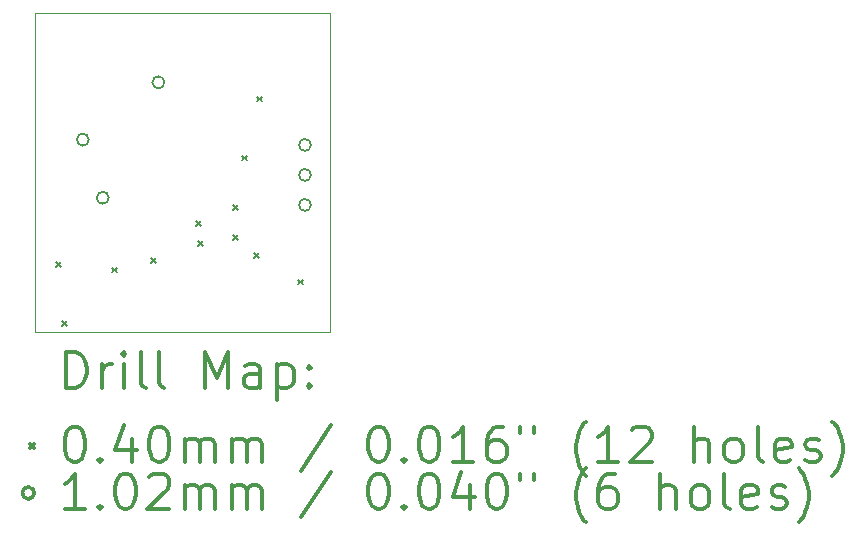
<source format=gbr>
%FSLAX45Y45*%
G04 Gerber Fmt 4.5, Leading zero omitted, Abs format (unit mm)*
G04 Created by KiCad (PCBNEW 4.0.4+e1-6308~48~ubuntu16.04.1-stable) date Thu Nov  3 23:15:24 2016*
%MOMM*%
%LPD*%
G01*
G04 APERTURE LIST*
%ADD10C,0.127000*%
%ADD11C,0.100000*%
%ADD12C,0.200000*%
%ADD13C,0.300000*%
G04 APERTURE END LIST*
D10*
D11*
X17150000Y-7300000D02*
X17150000Y-4600000D01*
X19650000Y-7300000D02*
X17150000Y-7300000D01*
X19650000Y-4600000D02*
X19650000Y-7300000D01*
X17150000Y-4600000D02*
X19650000Y-4600000D01*
D12*
X17330000Y-6705000D02*
X17370000Y-6745000D01*
X17370000Y-6705000D02*
X17330000Y-6745000D01*
X17380000Y-7205000D02*
X17420000Y-7245000D01*
X17420000Y-7205000D02*
X17380000Y-7245000D01*
X17805800Y-6753976D02*
X17845800Y-6793976D01*
X17845800Y-6753976D02*
X17805800Y-6793976D01*
X18135448Y-6670316D02*
X18175448Y-6710316D01*
X18175448Y-6670316D02*
X18135448Y-6710316D01*
X18517499Y-6357951D02*
X18557499Y-6397951D01*
X18557499Y-6357951D02*
X18517499Y-6397951D01*
X18530000Y-6530000D02*
X18570000Y-6570000D01*
X18570000Y-6530000D02*
X18530000Y-6570000D01*
X18830000Y-6222000D02*
X18870000Y-6262000D01*
X18870000Y-6222000D02*
X18830000Y-6262000D01*
X18830000Y-6476000D02*
X18870000Y-6516000D01*
X18870000Y-6476000D02*
X18830000Y-6516000D01*
X18905000Y-5805000D02*
X18945000Y-5845000D01*
X18945000Y-5805000D02*
X18905000Y-5845000D01*
X19005000Y-6630000D02*
X19045000Y-6670000D01*
X19045000Y-6630000D02*
X19005000Y-6670000D01*
X19030000Y-5305000D02*
X19070000Y-5345000D01*
X19070000Y-5305000D02*
X19030000Y-5345000D01*
X19380000Y-6855000D02*
X19420000Y-6895000D01*
X19420000Y-6855000D02*
X19380000Y-6895000D01*
X17605800Y-5670000D02*
G75*
G03X17605800Y-5670000I-50800J0D01*
G01*
X17774920Y-6162040D02*
G75*
G03X17774920Y-6162040I-50800J0D01*
G01*
X18245800Y-5185000D02*
G75*
G03X18245800Y-5185000I-50800J0D01*
G01*
X19486880Y-5715000D02*
G75*
G03X19486880Y-5715000I-50800J0D01*
G01*
X19486880Y-5969000D02*
G75*
G03X19486880Y-5969000I-50800J0D01*
G01*
X19486880Y-6223000D02*
G75*
G03X19486880Y-6223000I-50800J0D01*
G01*
D13*
X17416429Y-7770714D02*
X17416429Y-7470714D01*
X17487857Y-7470714D01*
X17530714Y-7485000D01*
X17559286Y-7513571D01*
X17573571Y-7542143D01*
X17587857Y-7599286D01*
X17587857Y-7642143D01*
X17573571Y-7699286D01*
X17559286Y-7727857D01*
X17530714Y-7756429D01*
X17487857Y-7770714D01*
X17416429Y-7770714D01*
X17716429Y-7770714D02*
X17716429Y-7570714D01*
X17716429Y-7627857D02*
X17730714Y-7599286D01*
X17745000Y-7585000D01*
X17773571Y-7570714D01*
X17802143Y-7570714D01*
X17902143Y-7770714D02*
X17902143Y-7570714D01*
X17902143Y-7470714D02*
X17887857Y-7485000D01*
X17902143Y-7499286D01*
X17916429Y-7485000D01*
X17902143Y-7470714D01*
X17902143Y-7499286D01*
X18087857Y-7770714D02*
X18059286Y-7756429D01*
X18045000Y-7727857D01*
X18045000Y-7470714D01*
X18245000Y-7770714D02*
X18216429Y-7756429D01*
X18202143Y-7727857D01*
X18202143Y-7470714D01*
X18587857Y-7770714D02*
X18587857Y-7470714D01*
X18687857Y-7685000D01*
X18787857Y-7470714D01*
X18787857Y-7770714D01*
X19059286Y-7770714D02*
X19059286Y-7613571D01*
X19045000Y-7585000D01*
X19016429Y-7570714D01*
X18959286Y-7570714D01*
X18930714Y-7585000D01*
X19059286Y-7756429D02*
X19030714Y-7770714D01*
X18959286Y-7770714D01*
X18930714Y-7756429D01*
X18916429Y-7727857D01*
X18916429Y-7699286D01*
X18930714Y-7670714D01*
X18959286Y-7656429D01*
X19030714Y-7656429D01*
X19059286Y-7642143D01*
X19202143Y-7570714D02*
X19202143Y-7870714D01*
X19202143Y-7585000D02*
X19230714Y-7570714D01*
X19287857Y-7570714D01*
X19316429Y-7585000D01*
X19330714Y-7599286D01*
X19345000Y-7627857D01*
X19345000Y-7713571D01*
X19330714Y-7742143D01*
X19316429Y-7756429D01*
X19287857Y-7770714D01*
X19230714Y-7770714D01*
X19202143Y-7756429D01*
X19473571Y-7742143D02*
X19487857Y-7756429D01*
X19473571Y-7770714D01*
X19459286Y-7756429D01*
X19473571Y-7742143D01*
X19473571Y-7770714D01*
X19473571Y-7585000D02*
X19487857Y-7599286D01*
X19473571Y-7613571D01*
X19459286Y-7599286D01*
X19473571Y-7585000D01*
X19473571Y-7613571D01*
X17105000Y-8245000D02*
X17145000Y-8285000D01*
X17145000Y-8245000D02*
X17105000Y-8285000D01*
X17473571Y-8100714D02*
X17502143Y-8100714D01*
X17530714Y-8115000D01*
X17545000Y-8129286D01*
X17559286Y-8157857D01*
X17573571Y-8215000D01*
X17573571Y-8286429D01*
X17559286Y-8343571D01*
X17545000Y-8372143D01*
X17530714Y-8386429D01*
X17502143Y-8400714D01*
X17473571Y-8400714D01*
X17445000Y-8386429D01*
X17430714Y-8372143D01*
X17416429Y-8343571D01*
X17402143Y-8286429D01*
X17402143Y-8215000D01*
X17416429Y-8157857D01*
X17430714Y-8129286D01*
X17445000Y-8115000D01*
X17473571Y-8100714D01*
X17702143Y-8372143D02*
X17716429Y-8386429D01*
X17702143Y-8400714D01*
X17687857Y-8386429D01*
X17702143Y-8372143D01*
X17702143Y-8400714D01*
X17973571Y-8200714D02*
X17973571Y-8400714D01*
X17902143Y-8086429D02*
X17830714Y-8300714D01*
X18016428Y-8300714D01*
X18187857Y-8100714D02*
X18216429Y-8100714D01*
X18245000Y-8115000D01*
X18259286Y-8129286D01*
X18273571Y-8157857D01*
X18287857Y-8215000D01*
X18287857Y-8286429D01*
X18273571Y-8343571D01*
X18259286Y-8372143D01*
X18245000Y-8386429D01*
X18216429Y-8400714D01*
X18187857Y-8400714D01*
X18159286Y-8386429D01*
X18145000Y-8372143D01*
X18130714Y-8343571D01*
X18116429Y-8286429D01*
X18116429Y-8215000D01*
X18130714Y-8157857D01*
X18145000Y-8129286D01*
X18159286Y-8115000D01*
X18187857Y-8100714D01*
X18416429Y-8400714D02*
X18416429Y-8200714D01*
X18416429Y-8229286D02*
X18430714Y-8215000D01*
X18459286Y-8200714D01*
X18502143Y-8200714D01*
X18530714Y-8215000D01*
X18545000Y-8243571D01*
X18545000Y-8400714D01*
X18545000Y-8243571D02*
X18559286Y-8215000D01*
X18587857Y-8200714D01*
X18630714Y-8200714D01*
X18659286Y-8215000D01*
X18673571Y-8243571D01*
X18673571Y-8400714D01*
X18816429Y-8400714D02*
X18816429Y-8200714D01*
X18816429Y-8229286D02*
X18830714Y-8215000D01*
X18859286Y-8200714D01*
X18902143Y-8200714D01*
X18930714Y-8215000D01*
X18945000Y-8243571D01*
X18945000Y-8400714D01*
X18945000Y-8243571D02*
X18959286Y-8215000D01*
X18987857Y-8200714D01*
X19030714Y-8200714D01*
X19059286Y-8215000D01*
X19073571Y-8243571D01*
X19073571Y-8400714D01*
X19659286Y-8086429D02*
X19402143Y-8472143D01*
X20045000Y-8100714D02*
X20073571Y-8100714D01*
X20102143Y-8115000D01*
X20116428Y-8129286D01*
X20130714Y-8157857D01*
X20145000Y-8215000D01*
X20145000Y-8286429D01*
X20130714Y-8343571D01*
X20116428Y-8372143D01*
X20102143Y-8386429D01*
X20073571Y-8400714D01*
X20045000Y-8400714D01*
X20016428Y-8386429D01*
X20002143Y-8372143D01*
X19987857Y-8343571D01*
X19973571Y-8286429D01*
X19973571Y-8215000D01*
X19987857Y-8157857D01*
X20002143Y-8129286D01*
X20016428Y-8115000D01*
X20045000Y-8100714D01*
X20273571Y-8372143D02*
X20287857Y-8386429D01*
X20273571Y-8400714D01*
X20259286Y-8386429D01*
X20273571Y-8372143D01*
X20273571Y-8400714D01*
X20473571Y-8100714D02*
X20502143Y-8100714D01*
X20530714Y-8115000D01*
X20545000Y-8129286D01*
X20559286Y-8157857D01*
X20573571Y-8215000D01*
X20573571Y-8286429D01*
X20559286Y-8343571D01*
X20545000Y-8372143D01*
X20530714Y-8386429D01*
X20502143Y-8400714D01*
X20473571Y-8400714D01*
X20445000Y-8386429D01*
X20430714Y-8372143D01*
X20416428Y-8343571D01*
X20402143Y-8286429D01*
X20402143Y-8215000D01*
X20416428Y-8157857D01*
X20430714Y-8129286D01*
X20445000Y-8115000D01*
X20473571Y-8100714D01*
X20859286Y-8400714D02*
X20687857Y-8400714D01*
X20773571Y-8400714D02*
X20773571Y-8100714D01*
X20745000Y-8143571D01*
X20716428Y-8172143D01*
X20687857Y-8186429D01*
X21116428Y-8100714D02*
X21059286Y-8100714D01*
X21030714Y-8115000D01*
X21016428Y-8129286D01*
X20987857Y-8172143D01*
X20973571Y-8229286D01*
X20973571Y-8343571D01*
X20987857Y-8372143D01*
X21002143Y-8386429D01*
X21030714Y-8400714D01*
X21087857Y-8400714D01*
X21116428Y-8386429D01*
X21130714Y-8372143D01*
X21145000Y-8343571D01*
X21145000Y-8272143D01*
X21130714Y-8243571D01*
X21116428Y-8229286D01*
X21087857Y-8215000D01*
X21030714Y-8215000D01*
X21002143Y-8229286D01*
X20987857Y-8243571D01*
X20973571Y-8272143D01*
X21259286Y-8100714D02*
X21259286Y-8157857D01*
X21373571Y-8100714D02*
X21373571Y-8157857D01*
X21816428Y-8515000D02*
X21802143Y-8500714D01*
X21773571Y-8457857D01*
X21759286Y-8429286D01*
X21745000Y-8386429D01*
X21730714Y-8315000D01*
X21730714Y-8257857D01*
X21745000Y-8186429D01*
X21759286Y-8143571D01*
X21773571Y-8115000D01*
X21802143Y-8072143D01*
X21816428Y-8057857D01*
X22087857Y-8400714D02*
X21916428Y-8400714D01*
X22002143Y-8400714D02*
X22002143Y-8100714D01*
X21973571Y-8143571D01*
X21945000Y-8172143D01*
X21916428Y-8186429D01*
X22202143Y-8129286D02*
X22216428Y-8115000D01*
X22245000Y-8100714D01*
X22316428Y-8100714D01*
X22345000Y-8115000D01*
X22359286Y-8129286D01*
X22373571Y-8157857D01*
X22373571Y-8186429D01*
X22359286Y-8229286D01*
X22187857Y-8400714D01*
X22373571Y-8400714D01*
X22730714Y-8400714D02*
X22730714Y-8100714D01*
X22859285Y-8400714D02*
X22859285Y-8243571D01*
X22845000Y-8215000D01*
X22816428Y-8200714D01*
X22773571Y-8200714D01*
X22745000Y-8215000D01*
X22730714Y-8229286D01*
X23045000Y-8400714D02*
X23016428Y-8386429D01*
X23002143Y-8372143D01*
X22987857Y-8343571D01*
X22987857Y-8257857D01*
X23002143Y-8229286D01*
X23016428Y-8215000D01*
X23045000Y-8200714D01*
X23087857Y-8200714D01*
X23116428Y-8215000D01*
X23130714Y-8229286D01*
X23145000Y-8257857D01*
X23145000Y-8343571D01*
X23130714Y-8372143D01*
X23116428Y-8386429D01*
X23087857Y-8400714D01*
X23045000Y-8400714D01*
X23316428Y-8400714D02*
X23287857Y-8386429D01*
X23273571Y-8357857D01*
X23273571Y-8100714D01*
X23545000Y-8386429D02*
X23516428Y-8400714D01*
X23459286Y-8400714D01*
X23430714Y-8386429D01*
X23416428Y-8357857D01*
X23416428Y-8243571D01*
X23430714Y-8215000D01*
X23459286Y-8200714D01*
X23516428Y-8200714D01*
X23545000Y-8215000D01*
X23559286Y-8243571D01*
X23559286Y-8272143D01*
X23416428Y-8300714D01*
X23673571Y-8386429D02*
X23702143Y-8400714D01*
X23759286Y-8400714D01*
X23787857Y-8386429D01*
X23802143Y-8357857D01*
X23802143Y-8343571D01*
X23787857Y-8315000D01*
X23759286Y-8300714D01*
X23716428Y-8300714D01*
X23687857Y-8286429D01*
X23673571Y-8257857D01*
X23673571Y-8243571D01*
X23687857Y-8215000D01*
X23716428Y-8200714D01*
X23759286Y-8200714D01*
X23787857Y-8215000D01*
X23902143Y-8515000D02*
X23916428Y-8500714D01*
X23945000Y-8457857D01*
X23959286Y-8429286D01*
X23973571Y-8386429D01*
X23987857Y-8315000D01*
X23987857Y-8257857D01*
X23973571Y-8186429D01*
X23959286Y-8143571D01*
X23945000Y-8115000D01*
X23916428Y-8072143D01*
X23902143Y-8057857D01*
X17145000Y-8661000D02*
G75*
G03X17145000Y-8661000I-50800J0D01*
G01*
X17573571Y-8796714D02*
X17402143Y-8796714D01*
X17487857Y-8796714D02*
X17487857Y-8496714D01*
X17459286Y-8539572D01*
X17430714Y-8568143D01*
X17402143Y-8582429D01*
X17702143Y-8768143D02*
X17716429Y-8782429D01*
X17702143Y-8796714D01*
X17687857Y-8782429D01*
X17702143Y-8768143D01*
X17702143Y-8796714D01*
X17902143Y-8496714D02*
X17930714Y-8496714D01*
X17959286Y-8511000D01*
X17973571Y-8525286D01*
X17987857Y-8553857D01*
X18002143Y-8611000D01*
X18002143Y-8682429D01*
X17987857Y-8739572D01*
X17973571Y-8768143D01*
X17959286Y-8782429D01*
X17930714Y-8796714D01*
X17902143Y-8796714D01*
X17873571Y-8782429D01*
X17859286Y-8768143D01*
X17845000Y-8739572D01*
X17830714Y-8682429D01*
X17830714Y-8611000D01*
X17845000Y-8553857D01*
X17859286Y-8525286D01*
X17873571Y-8511000D01*
X17902143Y-8496714D01*
X18116429Y-8525286D02*
X18130714Y-8511000D01*
X18159286Y-8496714D01*
X18230714Y-8496714D01*
X18259286Y-8511000D01*
X18273571Y-8525286D01*
X18287857Y-8553857D01*
X18287857Y-8582429D01*
X18273571Y-8625286D01*
X18102143Y-8796714D01*
X18287857Y-8796714D01*
X18416429Y-8796714D02*
X18416429Y-8596714D01*
X18416429Y-8625286D02*
X18430714Y-8611000D01*
X18459286Y-8596714D01*
X18502143Y-8596714D01*
X18530714Y-8611000D01*
X18545000Y-8639572D01*
X18545000Y-8796714D01*
X18545000Y-8639572D02*
X18559286Y-8611000D01*
X18587857Y-8596714D01*
X18630714Y-8596714D01*
X18659286Y-8611000D01*
X18673571Y-8639572D01*
X18673571Y-8796714D01*
X18816429Y-8796714D02*
X18816429Y-8596714D01*
X18816429Y-8625286D02*
X18830714Y-8611000D01*
X18859286Y-8596714D01*
X18902143Y-8596714D01*
X18930714Y-8611000D01*
X18945000Y-8639572D01*
X18945000Y-8796714D01*
X18945000Y-8639572D02*
X18959286Y-8611000D01*
X18987857Y-8596714D01*
X19030714Y-8596714D01*
X19059286Y-8611000D01*
X19073571Y-8639572D01*
X19073571Y-8796714D01*
X19659286Y-8482429D02*
X19402143Y-8868143D01*
X20045000Y-8496714D02*
X20073571Y-8496714D01*
X20102143Y-8511000D01*
X20116428Y-8525286D01*
X20130714Y-8553857D01*
X20145000Y-8611000D01*
X20145000Y-8682429D01*
X20130714Y-8739572D01*
X20116428Y-8768143D01*
X20102143Y-8782429D01*
X20073571Y-8796714D01*
X20045000Y-8796714D01*
X20016428Y-8782429D01*
X20002143Y-8768143D01*
X19987857Y-8739572D01*
X19973571Y-8682429D01*
X19973571Y-8611000D01*
X19987857Y-8553857D01*
X20002143Y-8525286D01*
X20016428Y-8511000D01*
X20045000Y-8496714D01*
X20273571Y-8768143D02*
X20287857Y-8782429D01*
X20273571Y-8796714D01*
X20259286Y-8782429D01*
X20273571Y-8768143D01*
X20273571Y-8796714D01*
X20473571Y-8496714D02*
X20502143Y-8496714D01*
X20530714Y-8511000D01*
X20545000Y-8525286D01*
X20559286Y-8553857D01*
X20573571Y-8611000D01*
X20573571Y-8682429D01*
X20559286Y-8739572D01*
X20545000Y-8768143D01*
X20530714Y-8782429D01*
X20502143Y-8796714D01*
X20473571Y-8796714D01*
X20445000Y-8782429D01*
X20430714Y-8768143D01*
X20416428Y-8739572D01*
X20402143Y-8682429D01*
X20402143Y-8611000D01*
X20416428Y-8553857D01*
X20430714Y-8525286D01*
X20445000Y-8511000D01*
X20473571Y-8496714D01*
X20830714Y-8596714D02*
X20830714Y-8796714D01*
X20759286Y-8482429D02*
X20687857Y-8696714D01*
X20873571Y-8696714D01*
X21045000Y-8496714D02*
X21073571Y-8496714D01*
X21102143Y-8511000D01*
X21116428Y-8525286D01*
X21130714Y-8553857D01*
X21145000Y-8611000D01*
X21145000Y-8682429D01*
X21130714Y-8739572D01*
X21116428Y-8768143D01*
X21102143Y-8782429D01*
X21073571Y-8796714D01*
X21045000Y-8796714D01*
X21016428Y-8782429D01*
X21002143Y-8768143D01*
X20987857Y-8739572D01*
X20973571Y-8682429D01*
X20973571Y-8611000D01*
X20987857Y-8553857D01*
X21002143Y-8525286D01*
X21016428Y-8511000D01*
X21045000Y-8496714D01*
X21259286Y-8496714D02*
X21259286Y-8553857D01*
X21373571Y-8496714D02*
X21373571Y-8553857D01*
X21816428Y-8911000D02*
X21802143Y-8896714D01*
X21773571Y-8853857D01*
X21759286Y-8825286D01*
X21745000Y-8782429D01*
X21730714Y-8711000D01*
X21730714Y-8653857D01*
X21745000Y-8582429D01*
X21759286Y-8539572D01*
X21773571Y-8511000D01*
X21802143Y-8468143D01*
X21816428Y-8453857D01*
X22059286Y-8496714D02*
X22002143Y-8496714D01*
X21973571Y-8511000D01*
X21959286Y-8525286D01*
X21930714Y-8568143D01*
X21916428Y-8625286D01*
X21916428Y-8739572D01*
X21930714Y-8768143D01*
X21945000Y-8782429D01*
X21973571Y-8796714D01*
X22030714Y-8796714D01*
X22059286Y-8782429D01*
X22073571Y-8768143D01*
X22087857Y-8739572D01*
X22087857Y-8668143D01*
X22073571Y-8639572D01*
X22059286Y-8625286D01*
X22030714Y-8611000D01*
X21973571Y-8611000D01*
X21945000Y-8625286D01*
X21930714Y-8639572D01*
X21916428Y-8668143D01*
X22445000Y-8796714D02*
X22445000Y-8496714D01*
X22573571Y-8796714D02*
X22573571Y-8639572D01*
X22559285Y-8611000D01*
X22530714Y-8596714D01*
X22487857Y-8596714D01*
X22459285Y-8611000D01*
X22445000Y-8625286D01*
X22759285Y-8796714D02*
X22730714Y-8782429D01*
X22716428Y-8768143D01*
X22702143Y-8739572D01*
X22702143Y-8653857D01*
X22716428Y-8625286D01*
X22730714Y-8611000D01*
X22759285Y-8596714D01*
X22802143Y-8596714D01*
X22830714Y-8611000D01*
X22845000Y-8625286D01*
X22859285Y-8653857D01*
X22859285Y-8739572D01*
X22845000Y-8768143D01*
X22830714Y-8782429D01*
X22802143Y-8796714D01*
X22759285Y-8796714D01*
X23030714Y-8796714D02*
X23002143Y-8782429D01*
X22987857Y-8753857D01*
X22987857Y-8496714D01*
X23259286Y-8782429D02*
X23230714Y-8796714D01*
X23173571Y-8796714D01*
X23145000Y-8782429D01*
X23130714Y-8753857D01*
X23130714Y-8639572D01*
X23145000Y-8611000D01*
X23173571Y-8596714D01*
X23230714Y-8596714D01*
X23259286Y-8611000D01*
X23273571Y-8639572D01*
X23273571Y-8668143D01*
X23130714Y-8696714D01*
X23387857Y-8782429D02*
X23416428Y-8796714D01*
X23473571Y-8796714D01*
X23502143Y-8782429D01*
X23516428Y-8753857D01*
X23516428Y-8739572D01*
X23502143Y-8711000D01*
X23473571Y-8696714D01*
X23430714Y-8696714D01*
X23402143Y-8682429D01*
X23387857Y-8653857D01*
X23387857Y-8639572D01*
X23402143Y-8611000D01*
X23430714Y-8596714D01*
X23473571Y-8596714D01*
X23502143Y-8611000D01*
X23616428Y-8911000D02*
X23630714Y-8896714D01*
X23659286Y-8853857D01*
X23673571Y-8825286D01*
X23687857Y-8782429D01*
X23702143Y-8711000D01*
X23702143Y-8653857D01*
X23687857Y-8582429D01*
X23673571Y-8539572D01*
X23659286Y-8511000D01*
X23630714Y-8468143D01*
X23616428Y-8453857D01*
M02*

</source>
